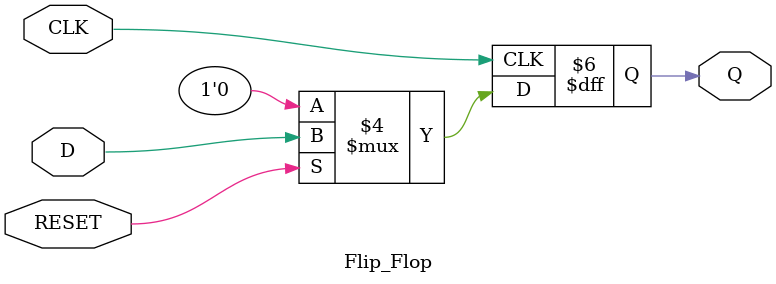
<source format=v>
module Flip_Flop(CLK, RESET, D, Q);

  input CLK, RESET, D;
  output Q;
  reg Q;

  always @(posedge CLK)
  begin
    if(!RESET) Q <= 0;
    else Q <= D;
  end

endmodule

</source>
